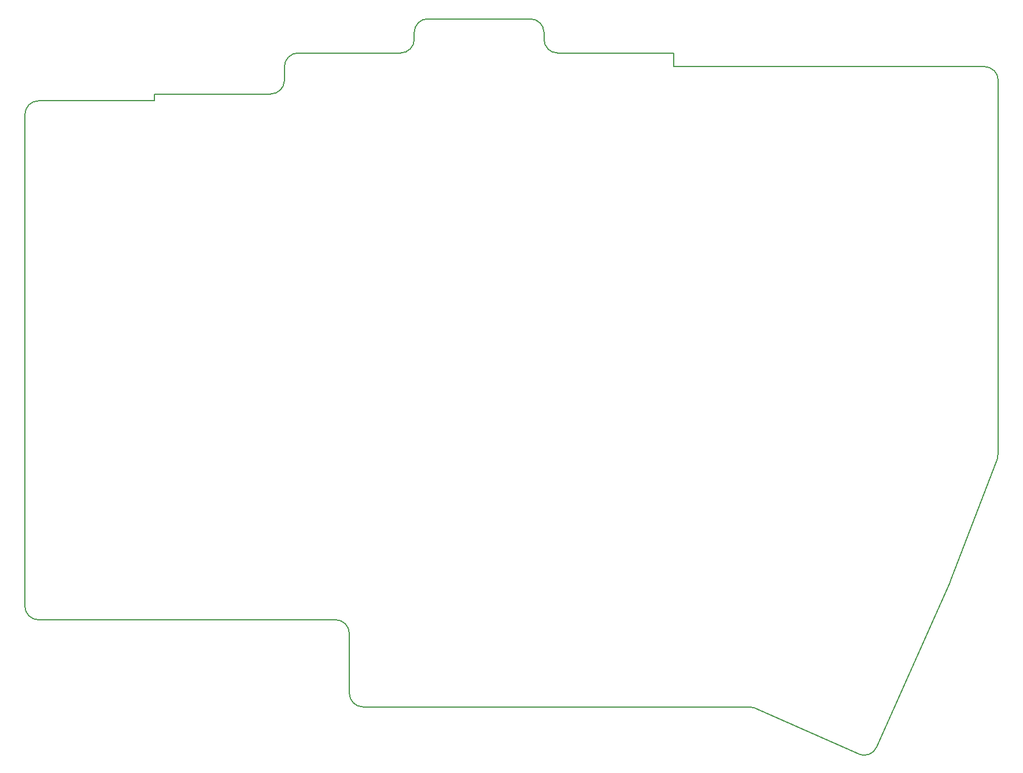
<source format=gbr>
%TF.GenerationSoftware,KiCad,Pcbnew,8.0.5*%
%TF.CreationDate,2024-11-30T23:52:13+01:00*%
%TF.ProjectId,left_finished,6c656674-5f66-4696-9e69-736865642e6b,v1.0.0*%
%TF.SameCoordinates,Original*%
%TF.FileFunction,Profile,NP*%
%FSLAX46Y46*%
G04 Gerber Fmt 4.6, Leading zero omitted, Abs format (unit mm)*
G04 Created by KiCad (PCBNEW 8.0.5) date 2024-11-30 23:52:13*
%MOMM*%
%LPD*%
G01*
G04 APERTURE LIST*
%TA.AperFunction,Profile*%
%ADD10C,0.150000*%
%TD*%
G04 APERTURE END LIST*
D10*
X184000000Y-179500000D02*
G75*
G02*
X186000000Y-181500000I0J-2000000D01*
G01*
X273952311Y-173996215D02*
X263196158Y-198154930D01*
X157500000Y-103500000D02*
X157500000Y-102500000D01*
X157500000Y-102500000D02*
X174500000Y-102500000D01*
X138500000Y-177500000D02*
X138500000Y-105500000D01*
X140500000Y-103500000D02*
X157500000Y-103500000D01*
X260555594Y-199168548D02*
X245413616Y-192426905D01*
X233500000Y-96500000D02*
X233500000Y-98500000D01*
X244600279Y-192253996D02*
G75*
G02*
X245413609Y-192426921I-179J-2000004D01*
G01*
X178500000Y-96500000D02*
X193500000Y-96500000D01*
X280869033Y-155843872D02*
X273994253Y-173894581D01*
X212500000Y-91500000D02*
G75*
G02*
X214500000Y-93500000I0J-2000000D01*
G01*
X214500000Y-93500000D02*
X214500000Y-94500000D01*
X195500000Y-94500000D02*
G75*
G02*
X193500000Y-96500000I-2000000J0D01*
G01*
X195500000Y-93500000D02*
G75*
G02*
X197500000Y-91500000I2000000J0D01*
G01*
X176500000Y-100500000D02*
X176500000Y-98500000D01*
X279000000Y-98500000D02*
G75*
G02*
X281000000Y-100500000I0J-2000000D01*
G01*
X195500000Y-94500000D02*
X195500000Y-93500000D01*
X281000000Y-155132033D02*
G75*
G02*
X280869022Y-155843868I-2000000J33D01*
G01*
X273994253Y-173894581D02*
G75*
G02*
X273952308Y-173996214I-1870453J712481D01*
G01*
X184000000Y-179500000D02*
X140500000Y-179500000D01*
X233500000Y-98500000D02*
X279000000Y-98500000D01*
X281000000Y-100500000D02*
X281000000Y-155132033D01*
X187999864Y-192250136D02*
G75*
G02*
X185999964Y-190250136I136J2000036D01*
G01*
X216500000Y-96500000D02*
X233500000Y-96500000D01*
X176500000Y-100500000D02*
G75*
G02*
X174500000Y-102500000I-2000000J0D01*
G01*
X176500000Y-98500000D02*
G75*
G02*
X178500000Y-96500000I2000000J0D01*
G01*
X186000000Y-190250136D02*
X186000000Y-181500000D01*
X197500000Y-91500000D02*
X212500000Y-91500000D01*
X140500000Y-179500000D02*
G75*
G02*
X138500000Y-177500000I0J2000000D01*
G01*
X216500000Y-96500000D02*
G75*
G02*
X214500000Y-94500000I0J2000000D01*
G01*
X263196158Y-198154930D02*
G75*
G02*
X260555603Y-199168528I-1827058J813430D01*
G01*
X138500000Y-105500000D02*
G75*
G02*
X140500000Y-103500000I2000000J0D01*
G01*
X244600279Y-192253996D02*
X187999864Y-192250136D01*
M02*

</source>
